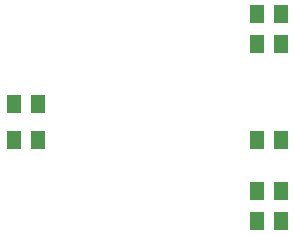
<source format=gtp>
%FSLAX25Y25*%
%MOIN*%
G70*
G01*
G75*
G04 Layer_Color=8421504*
%ADD10R,0.04500X0.06000*%
%ADD11C,0.01969*%
%ADD12C,0.03937*%
%ADD13C,0.01772*%
%ADD14C,0.08661*%
%ADD15C,0.07480*%
%ADD16C,0.06000*%
%ADD17R,0.06000X0.06000*%
%ADD18C,0.05906*%
%ADD19R,0.05906X0.05906*%
%ADD20R,0.06000X0.06000*%
%ADD21C,0.05000*%
%ADD22C,0.00394*%
%ADD23C,0.00787*%
D10*
X88983Y33000D02*
D03*
X96983D02*
D03*
X88983Y65000D02*
D03*
X96983D02*
D03*
X7983Y33000D02*
D03*
X15983D02*
D03*
X7983Y45000D02*
D03*
X15983D02*
D03*
X88983Y16000D02*
D03*
X96983D02*
D03*
X88983Y75000D02*
D03*
X96983D02*
D03*
X88983Y6000D02*
D03*
X96983D02*
D03*
M02*

</source>
